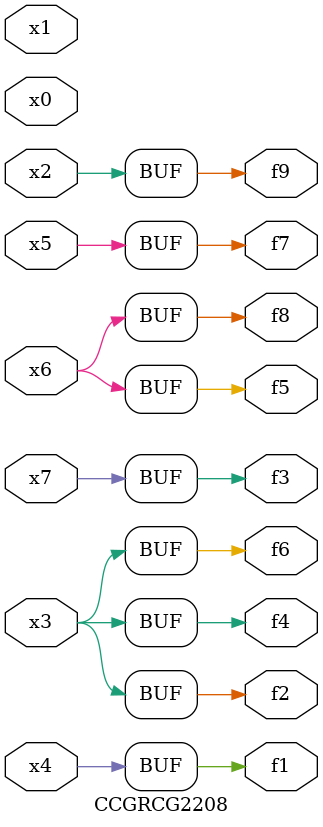
<source format=v>
module CCGRCG2208(
	input x0, x1, x2, x3, x4, x5, x6, x7,
	output f1, f2, f3, f4, f5, f6, f7, f8, f9
);
	assign f1 = x4;
	assign f2 = x3;
	assign f3 = x7;
	assign f4 = x3;
	assign f5 = x6;
	assign f6 = x3;
	assign f7 = x5;
	assign f8 = x6;
	assign f9 = x2;
endmodule

</source>
